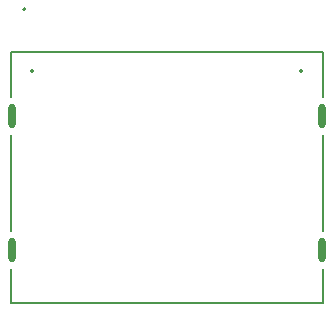
<source format=gbo>
%TF.GenerationSoftware,KiCad,Pcbnew,9.0.2*%
%TF.CreationDate,2025-06-23T10:18:23+08:00*%
%TF.ProjectId,SDEX2M2 MicroSD Express to SD Express Adapter,53444558-324d-4322-904d-6963726f5344,rev?*%
%TF.SameCoordinates,Original*%
%TF.FileFunction,Legend,Bot*%
%TF.FilePolarity,Positive*%
%FSLAX46Y46*%
G04 Gerber Fmt 4.6, Leading zero omitted, Abs format (unit mm)*
G04 Created by KiCad (PCBNEW 9.0.2) date 2025-06-23 10:18:23*
%MOMM*%
%LPD*%
G01*
G04 APERTURE LIST*
%ADD10C,0.127000*%
%ADD11C,0.200000*%
%ADD12C,0.350000*%
%ADD13O,0.650000X2.050000*%
G04 APERTURE END LIST*
D10*
%TO.C,J2*%
X127995000Y-132580000D02*
X127995000Y-136381000D01*
X127995000Y-147681000D02*
X127995000Y-139579000D01*
X127995000Y-153780000D02*
X127995000Y-150879000D01*
X154445000Y-132580000D02*
X127995000Y-132580000D01*
X154445000Y-136381000D02*
X154445000Y-132580000D01*
X154445000Y-139579000D02*
X154445000Y-147681000D01*
X154445000Y-150879000D02*
X154445000Y-153780000D01*
X154445000Y-153780000D02*
X127995000Y-153780000D01*
D11*
X129270000Y-128930000D02*
G75*
G02*
X129070000Y-128930000I-100000J0D01*
G01*
X129070000Y-128930000D02*
G75*
G02*
X129270000Y-128930000I100000J0D01*
G01*
%TD*%
D12*
X152620000Y-134180000D03*
X129820000Y-134180000D03*
D13*
X154345000Y-137980000D03*
X128095000Y-137980000D03*
X154345000Y-149280000D03*
X128095000Y-149280000D03*
M02*

</source>
